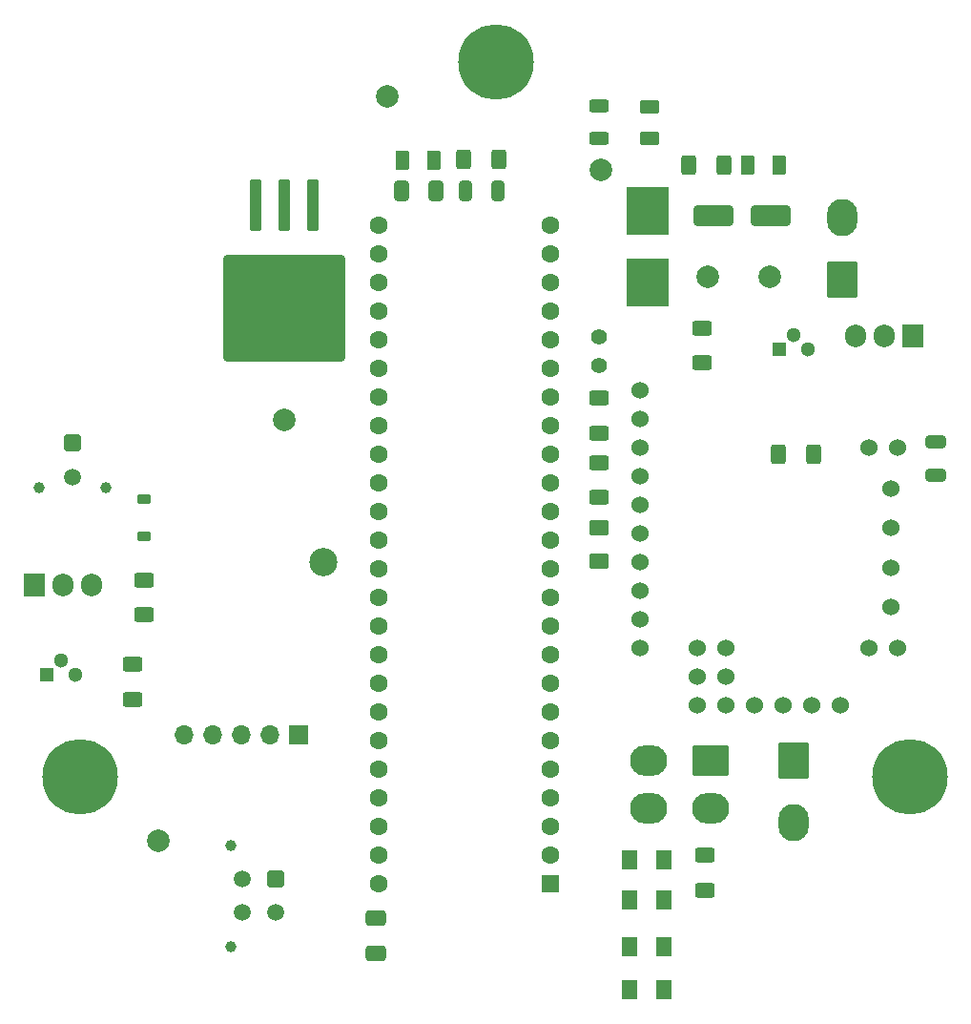
<source format=gbr>
%TF.GenerationSoftware,KiCad,Pcbnew,7.0.6*%
%TF.CreationDate,2024-04-16T16:57:35+10:00*%
%TF.ProjectId,Rocketry_Payload_Main_DDR_Spec_V2,526f636b-6574-4727-995f-5061796c6f61,rev?*%
%TF.SameCoordinates,Original*%
%TF.FileFunction,Soldermask,Top*%
%TF.FilePolarity,Negative*%
%FSLAX46Y46*%
G04 Gerber Fmt 4.6, Leading zero omitted, Abs format (unit mm)*
G04 Created by KiCad (PCBNEW 7.0.6) date 2024-04-16 16:57:35*
%MOMM*%
%LPD*%
G01*
G04 APERTURE LIST*
G04 Aperture macros list*
%AMRoundRect*
0 Rectangle with rounded corners*
0 $1 Rounding radius*
0 $2 $3 $4 $5 $6 $7 $8 $9 X,Y pos of 4 corners*
0 Add a 4 corners polygon primitive as box body*
4,1,4,$2,$3,$4,$5,$6,$7,$8,$9,$2,$3,0*
0 Add four circle primitives for the rounded corners*
1,1,$1+$1,$2,$3*
1,1,$1+$1,$4,$5*
1,1,$1+$1,$6,$7*
1,1,$1+$1,$8,$9*
0 Add four rect primitives between the rounded corners*
20,1,$1+$1,$2,$3,$4,$5,0*
20,1,$1+$1,$4,$5,$6,$7,0*
20,1,$1+$1,$6,$7,$8,$9,0*
20,1,$1+$1,$8,$9,$2,$3,0*%
G04 Aperture macros list end*
%ADD10C,2.000000*%
%ADD11RoundRect,0.250000X0.625000X-0.400000X0.625000X0.400000X-0.625000X0.400000X-0.625000X-0.400000X0*%
%ADD12RoundRect,0.250000X-0.625000X0.400000X-0.625000X-0.400000X0.625000X-0.400000X0.625000X0.400000X0*%
%ADD13RoundRect,0.250001X0.462499X0.624999X-0.462499X0.624999X-0.462499X-0.624999X0.462499X-0.624999X0*%
%ADD14C,6.700000*%
%ADD15RoundRect,0.250000X-0.412500X-0.650000X0.412500X-0.650000X0.412500X0.650000X-0.412500X0.650000X0*%
%ADD16RoundRect,0.250001X-1.399999X1.099999X-1.399999X-1.099999X1.399999X-1.099999X1.399999X1.099999X0*%
%ADD17O,3.300000X2.700000*%
%ADD18C,1.000000*%
%ADD19RoundRect,0.250001X-0.499999X-0.499999X0.499999X-0.499999X0.499999X0.499999X-0.499999X0.499999X0*%
%ADD20C,1.500000*%
%ADD21RoundRect,0.250000X0.400000X0.625000X-0.400000X0.625000X-0.400000X-0.625000X0.400000X-0.625000X0*%
%ADD22C,1.400000*%
%ADD23RoundRect,0.250000X-0.300000X2.050000X-0.300000X-2.050000X0.300000X-2.050000X0.300000X2.050000X0*%
%ADD24RoundRect,0.250002X-5.149998X4.449998X-5.149998X-4.449998X5.149998X-4.449998X5.149998X4.449998X0*%
%ADD25RoundRect,0.250000X-0.400000X-0.625000X0.400000X-0.625000X0.400000X0.625000X-0.400000X0.625000X0*%
%ADD26RoundRect,0.250001X-0.499999X0.499999X-0.499999X-0.499999X0.499999X-0.499999X0.499999X0.499999X0*%
%ADD27RoundRect,0.250000X0.375000X0.625000X-0.375000X0.625000X-0.375000X-0.625000X0.375000X-0.625000X0*%
%ADD28RoundRect,0.250000X-0.625000X0.312500X-0.625000X-0.312500X0.625000X-0.312500X0.625000X0.312500X0*%
%ADD29RoundRect,0.250000X-0.650000X0.412500X-0.650000X-0.412500X0.650000X-0.412500X0.650000X0.412500X0*%
%ADD30R,1.300000X1.300000*%
%ADD31C,1.300000*%
%ADD32R,1.600000X1.600000*%
%ADD33C,1.600000*%
%ADD34RoundRect,0.250001X1.099999X1.399999X-1.099999X1.399999X-1.099999X-1.399999X1.099999X-1.399999X0*%
%ADD35O,2.700000X3.300000*%
%ADD36RoundRect,0.250001X0.624999X-0.462499X0.624999X0.462499X-0.624999X0.462499X-0.624999X-0.462499X0*%
%ADD37RoundRect,0.250000X0.325000X0.650000X-0.325000X0.650000X-0.325000X-0.650000X0.325000X-0.650000X0*%
%ADD38C,2.500000*%
%ADD39RoundRect,0.250001X-1.099999X-1.399999X1.099999X-1.399999X1.099999X1.399999X-1.099999X1.399999X0*%
%ADD40RoundRect,0.250000X-1.500000X-0.650000X1.500000X-0.650000X1.500000X0.650000X-1.500000X0.650000X0*%
%ADD41RoundRect,0.250000X-0.650000X0.325000X-0.650000X-0.325000X0.650000X-0.325000X0.650000X0.325000X0*%
%ADD42R,1.905000X2.000000*%
%ADD43O,1.905000X2.000000*%
%ADD44RoundRect,0.225000X0.375000X-0.225000X0.375000X0.225000X-0.375000X0.225000X-0.375000X-0.225000X0*%
%ADD45R,1.700000X1.700000*%
%ADD46O,1.700000X1.700000*%
%ADD47RoundRect,0.250000X-0.625000X0.375000X-0.625000X-0.375000X0.625000X-0.375000X0.625000X0.375000X0*%
%ADD48C,1.524000*%
%ADD49RoundRect,0.250000X-0.375000X-0.625000X0.375000X-0.625000X0.375000X0.625000X-0.375000X0.625000X0*%
%ADD50R,3.810000X4.240000*%
G04 APERTURE END LIST*
D10*
%TO.C,TP3*%
X172593000Y-69596000D03*
%TD*%
D11*
%TO.C,R10*%
X116078000Y-107087000D03*
X116078000Y-103987000D03*
%TD*%
D12*
%TO.C,R9*%
X166624000Y-74142000D03*
X166624000Y-77242000D03*
%TD*%
D13*
%TO.C,D1*%
X163195000Y-132842000D03*
X160220000Y-132842000D03*
%TD*%
D10*
%TO.C,TP4*%
X167132000Y-69596000D03*
%TD*%
%TO.C,TP3*%
X129540000Y-82296000D03*
%TD*%
%TO.C,TP2*%
X118364000Y-119634000D03*
%TD*%
D14*
%TO.C,REF\u002A\u002A*%
X111461000Y-113916000D03*
%TD*%
D15*
%TO.C,C3*%
X139915500Y-61976000D03*
X143040500Y-61976000D03*
%TD*%
D16*
%TO.C,J2*%
X167386000Y-112522000D03*
D17*
X167386000Y-116722000D03*
X161886000Y-112522000D03*
X161886000Y-116722000D03*
%TD*%
D10*
%TO.C,TP6*%
X138684000Y-53594000D03*
%TD*%
D18*
%TO.C,J1*%
X107744000Y-88268000D03*
X113744000Y-88268000D03*
D19*
X110744000Y-84328000D03*
D20*
X110744000Y-87328000D03*
%TD*%
D21*
%TO.C,R1*%
X168555000Y-59690000D03*
X165455000Y-59690000D03*
%TD*%
D13*
%TO.C,D2*%
X163195000Y-129032000D03*
X160220000Y-129032000D03*
%TD*%
D22*
%TO.C,SJ2*%
X157480000Y-77450000D03*
X157480000Y-74910000D03*
%TD*%
D23*
%TO.C,U7*%
X132080000Y-63240000D03*
X129540000Y-63240000D03*
D24*
X129540000Y-72390000D03*
D23*
X127000000Y-63240000D03*
%TD*%
D25*
%TO.C,R3*%
X145490600Y-59182000D03*
X148590600Y-59182000D03*
%TD*%
%TO.C,R8*%
X173430000Y-85344000D03*
X176530000Y-85344000D03*
%TD*%
D11*
%TO.C,R7*%
X117094000Y-99594000D03*
X117094000Y-96494000D03*
%TD*%
D18*
%TO.C,U4*%
X124838000Y-120015000D03*
X124838000Y-129015000D03*
D26*
X128778000Y-123015000D03*
D20*
X128778000Y-126015000D03*
X125778000Y-123015000D03*
X125778000Y-126015000D03*
%TD*%
D12*
%TO.C,R5*%
X157480000Y-86080000D03*
X157480000Y-89180000D03*
%TD*%
D27*
%TO.C,D10*%
X142827200Y-59283600D03*
X140027200Y-59283600D03*
%TD*%
D28*
%TO.C,R2*%
X157480000Y-54417500D03*
X157480000Y-57342500D03*
%TD*%
D29*
%TO.C,C1*%
X137668000Y-126492000D03*
X137668000Y-129617000D03*
%TD*%
D30*
%TO.C,Q4*%
X173482000Y-76052000D03*
D31*
X174752000Y-74782000D03*
X176022000Y-76052000D03*
%TD*%
D32*
%TO.C,U2*%
X153162000Y-123444000D03*
D33*
X153162000Y-120904000D03*
X153162000Y-118364000D03*
X153162000Y-115824000D03*
X153162000Y-113284000D03*
X153162000Y-110744000D03*
X153162000Y-108204000D03*
X153162000Y-105664000D03*
X153162000Y-103124000D03*
X153162000Y-100584000D03*
X153162000Y-98044000D03*
X153162000Y-95504000D03*
X153162000Y-92964000D03*
X153162000Y-90424000D03*
X153162000Y-87884000D03*
X153162000Y-85344000D03*
X153162000Y-82804000D03*
X153162000Y-80264000D03*
X153162000Y-77724000D03*
X153162000Y-75184000D03*
X153162000Y-72644000D03*
X153162000Y-70104000D03*
X153162000Y-67564000D03*
X153162000Y-65024000D03*
X137922000Y-65024000D03*
X137922000Y-67564000D03*
X137922000Y-70104000D03*
X137922000Y-72644000D03*
X137922000Y-75184000D03*
X137922000Y-77724000D03*
X137922000Y-80264000D03*
X137922000Y-82804000D03*
X137922000Y-85344000D03*
X137922000Y-87884000D03*
X137922000Y-90424000D03*
X137922000Y-92964000D03*
X137922000Y-95504000D03*
X137922000Y-98044000D03*
X137922000Y-100584000D03*
X137922000Y-103124000D03*
X137922000Y-105664000D03*
X137922000Y-108204000D03*
X137922000Y-110744000D03*
X137922000Y-113284000D03*
X137922000Y-115824000D03*
X137922000Y-118364000D03*
X137922000Y-120904000D03*
X137922000Y-123444000D03*
%TD*%
D14*
%TO.C,REF\u002A\u002A*%
X148336000Y-50536497D03*
%TD*%
D12*
%TO.C,R4*%
X157480000Y-80365000D03*
X157480000Y-83465000D03*
%TD*%
D34*
%TO.C,COMMISIONING_PWR1*%
X179070000Y-69850000D03*
D35*
X179070000Y-64350000D03*
%TD*%
D36*
%TO.C,D6*%
X157480000Y-94832500D03*
X157480000Y-91857500D03*
%TD*%
D37*
%TO.C,C2*%
X148541000Y-61976000D03*
X145591000Y-61976000D03*
%TD*%
D13*
%TO.C,D3*%
X163195000Y-124880000D03*
X160220000Y-124880000D03*
%TD*%
D38*
%TO.C,REF\u002A\u002A*%
X132969000Y-94869000D03*
%TD*%
D39*
%TO.C,J3*%
X174752000Y-112522000D03*
D35*
X174752000Y-118022000D03*
%TD*%
D40*
%TO.C,D8*%
X167680000Y-64135000D03*
X172680000Y-64135000D03*
%TD*%
D12*
%TO.C,R6*%
X166878000Y-120904000D03*
X166878000Y-124004000D03*
%TD*%
D10*
%TO.C,TP5*%
X157632400Y-60096400D03*
%TD*%
D13*
%TO.C,D4*%
X163195000Y-121285000D03*
X160220000Y-121285000D03*
%TD*%
D41*
%TO.C,C4*%
X187325000Y-84275400D03*
X187325000Y-87225400D03*
%TD*%
D42*
%TO.C,Q1*%
X185293000Y-74803000D03*
D43*
X182753000Y-74803000D03*
X180213000Y-74803000D03*
%TD*%
D44*
%TO.C,D5*%
X117094000Y-92582000D03*
X117094000Y-89282000D03*
%TD*%
D45*
%TO.C,U6*%
X130810000Y-110236000D03*
D46*
X128270000Y-110236000D03*
X125730000Y-110236000D03*
X123190000Y-110236000D03*
X120650000Y-110236000D03*
%TD*%
D14*
%TO.C,REF\u002A\u002A*%
X185121000Y-113916000D03*
%TD*%
D30*
%TO.C,Q6*%
X108458000Y-104902000D03*
D31*
X109728000Y-103632000D03*
X110998000Y-104902000D03*
%TD*%
D47*
%TO.C,D9*%
X161925000Y-54480000D03*
X161925000Y-57280000D03*
%TD*%
D48*
%TO.C,U5*%
X161116000Y-79656000D03*
X161136000Y-82196000D03*
X161136000Y-84736000D03*
X161136000Y-87276000D03*
X161136000Y-89816000D03*
X161136000Y-92356000D03*
X161136000Y-94896000D03*
X161136000Y-97436000D03*
X161136000Y-99976000D03*
X161136000Y-102516000D03*
X168756000Y-102516000D03*
X166216000Y-107596000D03*
X171296000Y-107596000D03*
X173836000Y-107596000D03*
X176376000Y-107596000D03*
X178916000Y-107596000D03*
X166216000Y-105056000D03*
X168756000Y-105056000D03*
X166216000Y-102516000D03*
X168756000Y-107596000D03*
X183996000Y-102516000D03*
X181456000Y-102516000D03*
X183996000Y-84736000D03*
X181456000Y-84736000D03*
X183361000Y-88368200D03*
X183361000Y-91873400D03*
X183361000Y-95404000D03*
X183361000Y-98883800D03*
%TD*%
D49*
%TO.C,D7*%
X170685000Y-59690000D03*
X173485000Y-59690000D03*
%TD*%
D50*
%TO.C,F1*%
X161772600Y-70098600D03*
X161772600Y-63728600D03*
%TD*%
D42*
%TO.C,Q2*%
X107315000Y-96901000D03*
D43*
X109855000Y-96901000D03*
X112395000Y-96901000D03*
%TD*%
M02*

</source>
